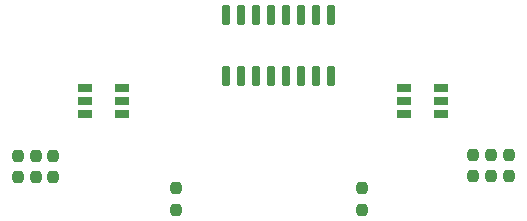
<source format=gbr>
%TF.GenerationSoftware,KiCad,Pcbnew,(6.0.2)*%
%TF.CreationDate,2022-03-27T20:09:04+02:00*%
%TF.ProjectId,pcb,7063622e-6b69-4636-9164-5f7063625858,rev?*%
%TF.SameCoordinates,Original*%
%TF.FileFunction,Paste,Top*%
%TF.FilePolarity,Positive*%
%FSLAX46Y46*%
G04 Gerber Fmt 4.6, Leading zero omitted, Abs format (unit mm)*
G04 Created by KiCad (PCBNEW (6.0.2)) date 2022-03-27 20:09:04*
%MOMM*%
%LPD*%
G01*
G04 APERTURE LIST*
G04 Aperture macros list*
%AMRoundRect*
0 Rectangle with rounded corners*
0 $1 Rounding radius*
0 $2 $3 $4 $5 $6 $7 $8 $9 X,Y pos of 4 corners*
0 Add a 4 corners polygon primitive as box body*
4,1,4,$2,$3,$4,$5,$6,$7,$8,$9,$2,$3,0*
0 Add four circle primitives for the rounded corners*
1,1,$1+$1,$2,$3*
1,1,$1+$1,$4,$5*
1,1,$1+$1,$6,$7*
1,1,$1+$1,$8,$9*
0 Add four rect primitives between the rounded corners*
20,1,$1+$1,$2,$3,$4,$5,0*
20,1,$1+$1,$4,$5,$6,$7,0*
20,1,$1+$1,$6,$7,$8,$9,0*
20,1,$1+$1,$8,$9,$2,$3,0*%
G04 Aperture macros list end*
%ADD10R,1.300000X0.700000*%
%ADD11RoundRect,0.237500X0.237500X-0.250000X0.237500X0.250000X-0.237500X0.250000X-0.237500X-0.250000X0*%
%ADD12RoundRect,0.150000X0.150000X-0.725000X0.150000X0.725000X-0.150000X0.725000X-0.150000X-0.725000X0*%
%ADD13RoundRect,0.237500X-0.237500X0.250000X-0.237500X-0.250000X0.237500X-0.250000X0.237500X0.250000X0*%
G04 APERTURE END LIST*
D10*
%TO.C,D1*%
X61300000Y-55550000D03*
X61300000Y-54450000D03*
X61300000Y-53350000D03*
X58200000Y-53350000D03*
X58200000Y-54450000D03*
X58200000Y-55550000D03*
%TD*%
D11*
%TO.C,220om3*%
X91050000Y-60862500D03*
X91050000Y-59037500D03*
%TD*%
%TO.C,R1*%
X65900000Y-63712500D03*
X65900000Y-61887500D03*
%TD*%
D12*
%TO.C,U1*%
X70055000Y-52375000D03*
X71325000Y-52375000D03*
X72595000Y-52375000D03*
X73865000Y-52375000D03*
X75135000Y-52375000D03*
X76405000Y-52375000D03*
X77675000Y-52375000D03*
X78945000Y-52375000D03*
X78945000Y-47225000D03*
X77675000Y-47225000D03*
X76405000Y-47225000D03*
X75135000Y-47225000D03*
X73865000Y-47225000D03*
X72595000Y-47225000D03*
X71325000Y-47225000D03*
X70055000Y-47225000D03*
%TD*%
D13*
%TO.C,220om4*%
X92550000Y-59037500D03*
X92550000Y-60862500D03*
%TD*%
D11*
%TO.C,220om1*%
X52500000Y-60932500D03*
X52500000Y-59107500D03*
%TD*%
D13*
%TO.C,200om2*%
X94050000Y-59037500D03*
X94050000Y-60862500D03*
%TD*%
D10*
%TO.C,D2*%
X85200000Y-53350000D03*
X85200000Y-54450000D03*
X85200000Y-55550000D03*
X88300000Y-55550000D03*
X88300000Y-54450000D03*
X88300000Y-53350000D03*
%TD*%
D13*
%TO.C,220om2*%
X53975000Y-59112500D03*
X53975000Y-60937500D03*
%TD*%
%TO.C,200om1*%
X55450000Y-59112500D03*
X55450000Y-60937500D03*
%TD*%
D11*
%TO.C,R2*%
X81600000Y-63712500D03*
X81600000Y-61887500D03*
%TD*%
M02*

</source>
